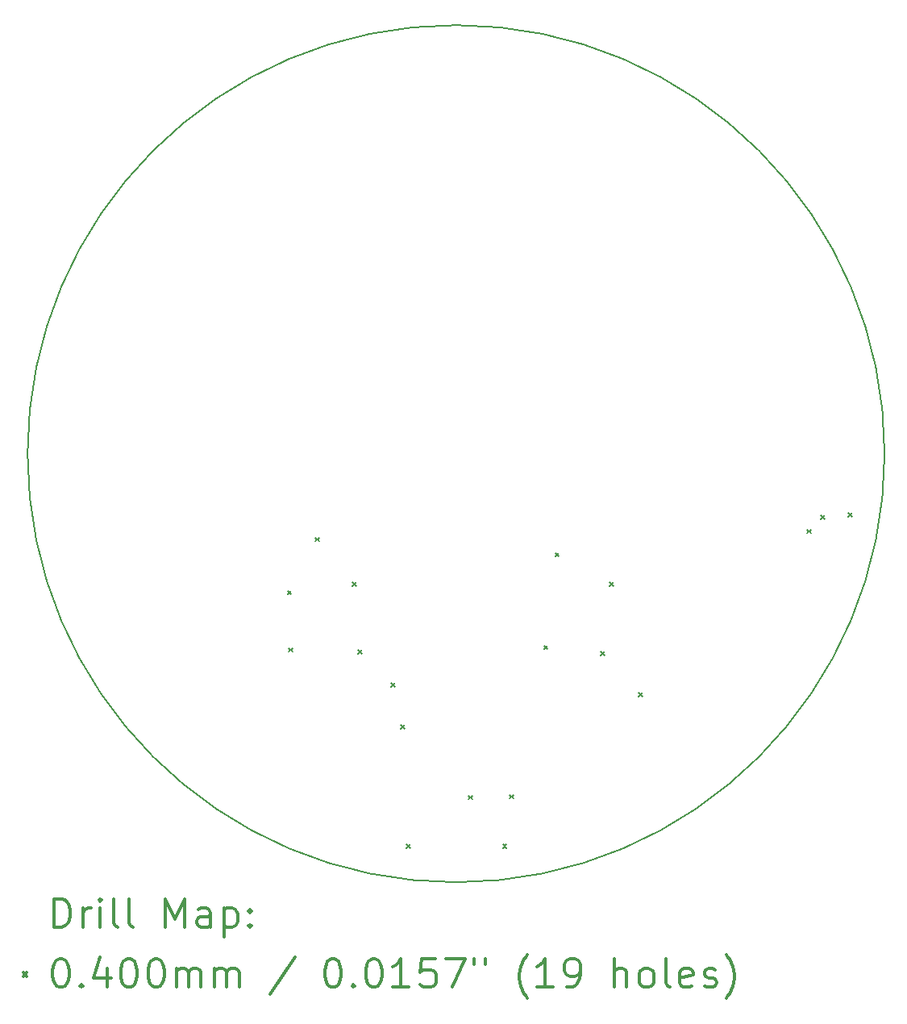
<source format=gbr>
%FSLAX45Y45*%
G04 Gerber Fmt 4.5, Leading zero omitted, Abs format (unit mm)*
G04 Created by KiCad (PCBNEW 5.1.10) date 2021-09-05 11:20:04*
%MOMM*%
%LPD*%
G01*
G04 APERTURE LIST*
%TA.AperFunction,Profile*%
%ADD10C,0.150000*%
%TD*%
%ADD11C,0.200000*%
%ADD12C,0.300000*%
G04 APERTURE END LIST*
D10*
X19520000Y-10000000D02*
G75*
G03*
X19520000Y-10000000I-4500000J0D01*
G01*
D11*
X13250000Y-11440000D02*
X13290000Y-11480000D01*
X13290000Y-11440000D02*
X13250000Y-11480000D01*
X13263591Y-12039354D02*
X13303591Y-12079354D01*
X13303591Y-12039354D02*
X13263591Y-12079354D01*
X13540000Y-10880000D02*
X13580000Y-10920000D01*
X13580000Y-10880000D02*
X13540000Y-10920000D01*
X13930000Y-11350000D02*
X13970000Y-11390000D01*
X13970000Y-11350000D02*
X13930000Y-11390000D01*
X13990000Y-12060000D02*
X14030000Y-12100000D01*
X14030000Y-12060000D02*
X13990000Y-12100000D01*
X14340000Y-12410000D02*
X14380000Y-12450000D01*
X14380000Y-12410000D02*
X14340000Y-12450000D01*
X14440000Y-12850000D02*
X14480000Y-12890000D01*
X14480000Y-12850000D02*
X14440000Y-12890000D01*
X14500000Y-14100000D02*
X14540000Y-14140000D01*
X14540000Y-14100000D02*
X14500000Y-14140000D01*
X15150000Y-13590000D02*
X15190000Y-13630000D01*
X15190000Y-13590000D02*
X15150000Y-13630000D01*
X15510000Y-14100000D02*
X15550000Y-14140000D01*
X15550000Y-14100000D02*
X15510000Y-14140000D01*
X15580000Y-13580000D02*
X15620000Y-13620000D01*
X15620000Y-13580000D02*
X15580000Y-13620000D01*
X15943591Y-12014354D02*
X15983591Y-12054354D01*
X15983591Y-12014354D02*
X15943591Y-12054354D01*
X16060000Y-11040000D02*
X16100000Y-11080000D01*
X16100000Y-11040000D02*
X16060000Y-11080000D01*
X16540000Y-12080000D02*
X16580000Y-12120000D01*
X16580000Y-12080000D02*
X16540000Y-12120000D01*
X16630000Y-11350000D02*
X16670000Y-11390000D01*
X16670000Y-11350000D02*
X16630000Y-11390000D01*
X16940000Y-12510000D02*
X16980000Y-12550000D01*
X16980000Y-12510000D02*
X16940000Y-12550000D01*
X18705000Y-10795000D02*
X18745000Y-10835000D01*
X18745000Y-10795000D02*
X18705000Y-10835000D01*
X18850000Y-10650000D02*
X18890000Y-10690000D01*
X18890000Y-10650000D02*
X18850000Y-10690000D01*
X19140000Y-10620000D02*
X19180000Y-10660000D01*
X19180000Y-10620000D02*
X19140000Y-10660000D01*
D12*
X10798928Y-14973214D02*
X10798928Y-14673214D01*
X10870357Y-14673214D01*
X10913214Y-14687500D01*
X10941786Y-14716071D01*
X10956071Y-14744643D01*
X10970357Y-14801786D01*
X10970357Y-14844643D01*
X10956071Y-14901786D01*
X10941786Y-14930357D01*
X10913214Y-14958929D01*
X10870357Y-14973214D01*
X10798928Y-14973214D01*
X11098928Y-14973214D02*
X11098928Y-14773214D01*
X11098928Y-14830357D02*
X11113214Y-14801786D01*
X11127500Y-14787500D01*
X11156071Y-14773214D01*
X11184643Y-14773214D01*
X11284643Y-14973214D02*
X11284643Y-14773214D01*
X11284643Y-14673214D02*
X11270357Y-14687500D01*
X11284643Y-14701786D01*
X11298928Y-14687500D01*
X11284643Y-14673214D01*
X11284643Y-14701786D01*
X11470357Y-14973214D02*
X11441786Y-14958929D01*
X11427500Y-14930357D01*
X11427500Y-14673214D01*
X11627500Y-14973214D02*
X11598928Y-14958929D01*
X11584643Y-14930357D01*
X11584643Y-14673214D01*
X11970357Y-14973214D02*
X11970357Y-14673214D01*
X12070357Y-14887500D01*
X12170357Y-14673214D01*
X12170357Y-14973214D01*
X12441786Y-14973214D02*
X12441786Y-14816071D01*
X12427500Y-14787500D01*
X12398928Y-14773214D01*
X12341786Y-14773214D01*
X12313214Y-14787500D01*
X12441786Y-14958929D02*
X12413214Y-14973214D01*
X12341786Y-14973214D01*
X12313214Y-14958929D01*
X12298928Y-14930357D01*
X12298928Y-14901786D01*
X12313214Y-14873214D01*
X12341786Y-14858929D01*
X12413214Y-14858929D01*
X12441786Y-14844643D01*
X12584643Y-14773214D02*
X12584643Y-15073214D01*
X12584643Y-14787500D02*
X12613214Y-14773214D01*
X12670357Y-14773214D01*
X12698928Y-14787500D01*
X12713214Y-14801786D01*
X12727500Y-14830357D01*
X12727500Y-14916071D01*
X12713214Y-14944643D01*
X12698928Y-14958929D01*
X12670357Y-14973214D01*
X12613214Y-14973214D01*
X12584643Y-14958929D01*
X12856071Y-14944643D02*
X12870357Y-14958929D01*
X12856071Y-14973214D01*
X12841786Y-14958929D01*
X12856071Y-14944643D01*
X12856071Y-14973214D01*
X12856071Y-14787500D02*
X12870357Y-14801786D01*
X12856071Y-14816071D01*
X12841786Y-14801786D01*
X12856071Y-14787500D01*
X12856071Y-14816071D01*
X10472500Y-15447500D02*
X10512500Y-15487500D01*
X10512500Y-15447500D02*
X10472500Y-15487500D01*
X10856071Y-15303214D02*
X10884643Y-15303214D01*
X10913214Y-15317500D01*
X10927500Y-15331786D01*
X10941786Y-15360357D01*
X10956071Y-15417500D01*
X10956071Y-15488929D01*
X10941786Y-15546071D01*
X10927500Y-15574643D01*
X10913214Y-15588929D01*
X10884643Y-15603214D01*
X10856071Y-15603214D01*
X10827500Y-15588929D01*
X10813214Y-15574643D01*
X10798928Y-15546071D01*
X10784643Y-15488929D01*
X10784643Y-15417500D01*
X10798928Y-15360357D01*
X10813214Y-15331786D01*
X10827500Y-15317500D01*
X10856071Y-15303214D01*
X11084643Y-15574643D02*
X11098928Y-15588929D01*
X11084643Y-15603214D01*
X11070357Y-15588929D01*
X11084643Y-15574643D01*
X11084643Y-15603214D01*
X11356071Y-15403214D02*
X11356071Y-15603214D01*
X11284643Y-15288929D02*
X11213214Y-15503214D01*
X11398928Y-15503214D01*
X11570357Y-15303214D02*
X11598928Y-15303214D01*
X11627500Y-15317500D01*
X11641786Y-15331786D01*
X11656071Y-15360357D01*
X11670357Y-15417500D01*
X11670357Y-15488929D01*
X11656071Y-15546071D01*
X11641786Y-15574643D01*
X11627500Y-15588929D01*
X11598928Y-15603214D01*
X11570357Y-15603214D01*
X11541786Y-15588929D01*
X11527500Y-15574643D01*
X11513214Y-15546071D01*
X11498928Y-15488929D01*
X11498928Y-15417500D01*
X11513214Y-15360357D01*
X11527500Y-15331786D01*
X11541786Y-15317500D01*
X11570357Y-15303214D01*
X11856071Y-15303214D02*
X11884643Y-15303214D01*
X11913214Y-15317500D01*
X11927500Y-15331786D01*
X11941786Y-15360357D01*
X11956071Y-15417500D01*
X11956071Y-15488929D01*
X11941786Y-15546071D01*
X11927500Y-15574643D01*
X11913214Y-15588929D01*
X11884643Y-15603214D01*
X11856071Y-15603214D01*
X11827500Y-15588929D01*
X11813214Y-15574643D01*
X11798928Y-15546071D01*
X11784643Y-15488929D01*
X11784643Y-15417500D01*
X11798928Y-15360357D01*
X11813214Y-15331786D01*
X11827500Y-15317500D01*
X11856071Y-15303214D01*
X12084643Y-15603214D02*
X12084643Y-15403214D01*
X12084643Y-15431786D02*
X12098928Y-15417500D01*
X12127500Y-15403214D01*
X12170357Y-15403214D01*
X12198928Y-15417500D01*
X12213214Y-15446071D01*
X12213214Y-15603214D01*
X12213214Y-15446071D02*
X12227500Y-15417500D01*
X12256071Y-15403214D01*
X12298928Y-15403214D01*
X12327500Y-15417500D01*
X12341786Y-15446071D01*
X12341786Y-15603214D01*
X12484643Y-15603214D02*
X12484643Y-15403214D01*
X12484643Y-15431786D02*
X12498928Y-15417500D01*
X12527500Y-15403214D01*
X12570357Y-15403214D01*
X12598928Y-15417500D01*
X12613214Y-15446071D01*
X12613214Y-15603214D01*
X12613214Y-15446071D02*
X12627500Y-15417500D01*
X12656071Y-15403214D01*
X12698928Y-15403214D01*
X12727500Y-15417500D01*
X12741786Y-15446071D01*
X12741786Y-15603214D01*
X13327500Y-15288929D02*
X13070357Y-15674643D01*
X13713214Y-15303214D02*
X13741786Y-15303214D01*
X13770357Y-15317500D01*
X13784643Y-15331786D01*
X13798928Y-15360357D01*
X13813214Y-15417500D01*
X13813214Y-15488929D01*
X13798928Y-15546071D01*
X13784643Y-15574643D01*
X13770357Y-15588929D01*
X13741786Y-15603214D01*
X13713214Y-15603214D01*
X13684643Y-15588929D01*
X13670357Y-15574643D01*
X13656071Y-15546071D01*
X13641786Y-15488929D01*
X13641786Y-15417500D01*
X13656071Y-15360357D01*
X13670357Y-15331786D01*
X13684643Y-15317500D01*
X13713214Y-15303214D01*
X13941786Y-15574643D02*
X13956071Y-15588929D01*
X13941786Y-15603214D01*
X13927500Y-15588929D01*
X13941786Y-15574643D01*
X13941786Y-15603214D01*
X14141786Y-15303214D02*
X14170357Y-15303214D01*
X14198928Y-15317500D01*
X14213214Y-15331786D01*
X14227500Y-15360357D01*
X14241786Y-15417500D01*
X14241786Y-15488929D01*
X14227500Y-15546071D01*
X14213214Y-15574643D01*
X14198928Y-15588929D01*
X14170357Y-15603214D01*
X14141786Y-15603214D01*
X14113214Y-15588929D01*
X14098928Y-15574643D01*
X14084643Y-15546071D01*
X14070357Y-15488929D01*
X14070357Y-15417500D01*
X14084643Y-15360357D01*
X14098928Y-15331786D01*
X14113214Y-15317500D01*
X14141786Y-15303214D01*
X14527500Y-15603214D02*
X14356071Y-15603214D01*
X14441786Y-15603214D02*
X14441786Y-15303214D01*
X14413214Y-15346071D01*
X14384643Y-15374643D01*
X14356071Y-15388929D01*
X14798928Y-15303214D02*
X14656071Y-15303214D01*
X14641786Y-15446071D01*
X14656071Y-15431786D01*
X14684643Y-15417500D01*
X14756071Y-15417500D01*
X14784643Y-15431786D01*
X14798928Y-15446071D01*
X14813214Y-15474643D01*
X14813214Y-15546071D01*
X14798928Y-15574643D01*
X14784643Y-15588929D01*
X14756071Y-15603214D01*
X14684643Y-15603214D01*
X14656071Y-15588929D01*
X14641786Y-15574643D01*
X14913214Y-15303214D02*
X15113214Y-15303214D01*
X14984643Y-15603214D01*
X15213214Y-15303214D02*
X15213214Y-15360357D01*
X15327500Y-15303214D02*
X15327500Y-15360357D01*
X15770357Y-15717500D02*
X15756071Y-15703214D01*
X15727500Y-15660357D01*
X15713214Y-15631786D01*
X15698928Y-15588929D01*
X15684643Y-15517500D01*
X15684643Y-15460357D01*
X15698928Y-15388929D01*
X15713214Y-15346071D01*
X15727500Y-15317500D01*
X15756071Y-15274643D01*
X15770357Y-15260357D01*
X16041786Y-15603214D02*
X15870357Y-15603214D01*
X15956071Y-15603214D02*
X15956071Y-15303214D01*
X15927500Y-15346071D01*
X15898928Y-15374643D01*
X15870357Y-15388929D01*
X16184643Y-15603214D02*
X16241786Y-15603214D01*
X16270357Y-15588929D01*
X16284643Y-15574643D01*
X16313214Y-15531786D01*
X16327500Y-15474643D01*
X16327500Y-15360357D01*
X16313214Y-15331786D01*
X16298928Y-15317500D01*
X16270357Y-15303214D01*
X16213214Y-15303214D01*
X16184643Y-15317500D01*
X16170357Y-15331786D01*
X16156071Y-15360357D01*
X16156071Y-15431786D01*
X16170357Y-15460357D01*
X16184643Y-15474643D01*
X16213214Y-15488929D01*
X16270357Y-15488929D01*
X16298928Y-15474643D01*
X16313214Y-15460357D01*
X16327500Y-15431786D01*
X16684643Y-15603214D02*
X16684643Y-15303214D01*
X16813214Y-15603214D02*
X16813214Y-15446071D01*
X16798928Y-15417500D01*
X16770357Y-15403214D01*
X16727500Y-15403214D01*
X16698928Y-15417500D01*
X16684643Y-15431786D01*
X16998928Y-15603214D02*
X16970357Y-15588929D01*
X16956071Y-15574643D01*
X16941786Y-15546071D01*
X16941786Y-15460357D01*
X16956071Y-15431786D01*
X16970357Y-15417500D01*
X16998928Y-15403214D01*
X17041786Y-15403214D01*
X17070357Y-15417500D01*
X17084643Y-15431786D01*
X17098928Y-15460357D01*
X17098928Y-15546071D01*
X17084643Y-15574643D01*
X17070357Y-15588929D01*
X17041786Y-15603214D01*
X16998928Y-15603214D01*
X17270357Y-15603214D02*
X17241786Y-15588929D01*
X17227500Y-15560357D01*
X17227500Y-15303214D01*
X17498928Y-15588929D02*
X17470357Y-15603214D01*
X17413214Y-15603214D01*
X17384643Y-15588929D01*
X17370357Y-15560357D01*
X17370357Y-15446071D01*
X17384643Y-15417500D01*
X17413214Y-15403214D01*
X17470357Y-15403214D01*
X17498928Y-15417500D01*
X17513214Y-15446071D01*
X17513214Y-15474643D01*
X17370357Y-15503214D01*
X17627500Y-15588929D02*
X17656071Y-15603214D01*
X17713214Y-15603214D01*
X17741786Y-15588929D01*
X17756071Y-15560357D01*
X17756071Y-15546071D01*
X17741786Y-15517500D01*
X17713214Y-15503214D01*
X17670357Y-15503214D01*
X17641786Y-15488929D01*
X17627500Y-15460357D01*
X17627500Y-15446071D01*
X17641786Y-15417500D01*
X17670357Y-15403214D01*
X17713214Y-15403214D01*
X17741786Y-15417500D01*
X17856071Y-15717500D02*
X17870357Y-15703214D01*
X17898928Y-15660357D01*
X17913214Y-15631786D01*
X17927500Y-15588929D01*
X17941786Y-15517500D01*
X17941786Y-15460357D01*
X17927500Y-15388929D01*
X17913214Y-15346071D01*
X17898928Y-15317500D01*
X17870357Y-15274643D01*
X17856071Y-15260357D01*
M02*

</source>
